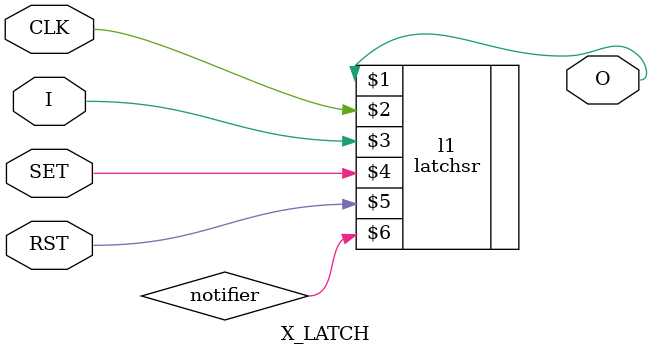
<source format=v>

`celldefine
`timescale 1 ps/1 ps

module X_LATCH (O, CLK, I, RST, SET);

  parameter INIT = 1'b0;

  output O;
  input I, CLK, SET, RST;

  wire nrst, nset, in_clk_enable;
  reg notifier;

  not (nrst, RST);
  not (nset, SET);

  and (in_clk_enable, nrst, nset);

  latchsr l1 (O, CLK, I, SET, RST, notifier);

endmodule

</source>
